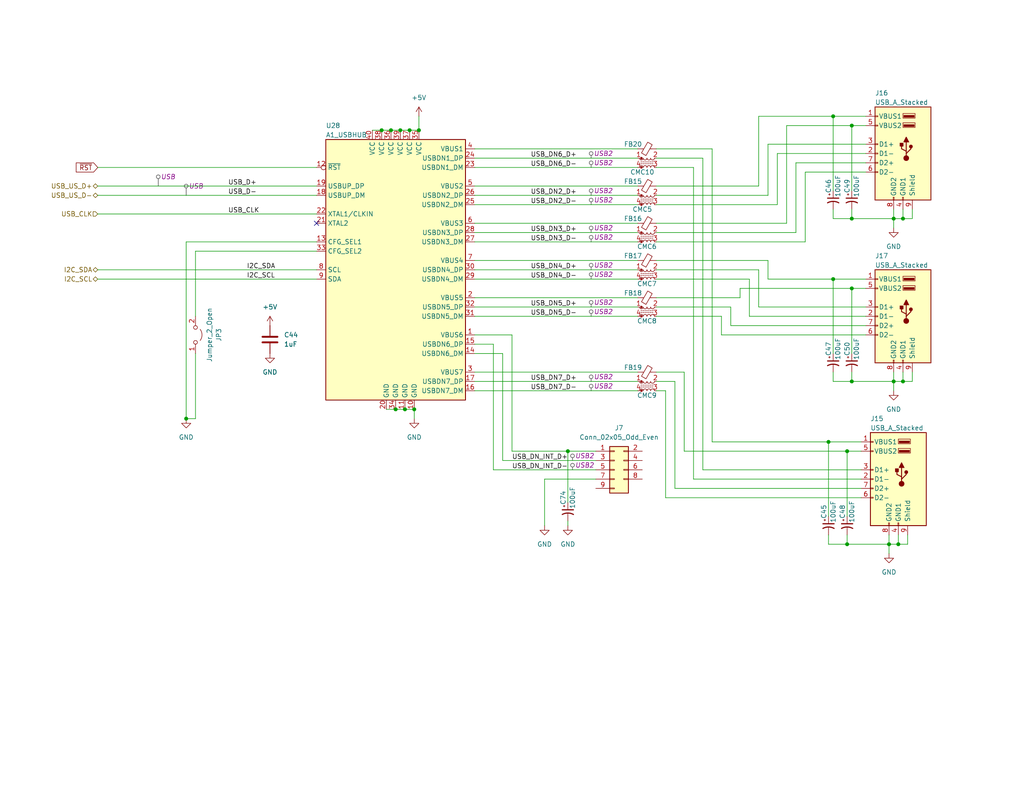
<source format=kicad_sch>
(kicad_sch (version 20231120) (generator "eeschema") (generator_version "8.0")
  (paper "A")
  (title_block (title "Anachron uATX USB HUB") (date "2024-02-07") (company "Modular Circuits"))
  (lib_symbols
    (symbol "Connector:USB_A_Stacked" (pin_names (offset 1.016))
      (property "Reference" "J" (at 0 15.875 0))
      (property "Value" "USB_A_Stacked" (at 0 13.97 0))
      (symbol "USB_A_Stacked_0_1"
        (rectangle (start -7.62 12.7) (end 7.62 -12.7) (stroke (width 0.254)) (fill (type background)))
        (circle (center -2.159 1.905) (radius 0.381) (stroke (width 0.254)) (fill (type outline)))
        (circle (center -0.889 -1.27) (radius 0.635) (stroke (width 0.254)) (fill (type outline)))
        (rectangle (start -0.254 7.366) (end -3.048 7.874) (fill (type outline)))
        (rectangle (start -0.254 9.906) (end -3.048 10.414) (fill (type outline)))
        (rectangle (start -0.127 -12.7) (end 0.127 -11.938))
        (polyline (pts (xy -1.524 3.175) (xy -0.254 3.175) (xy -0.889 4.445) (xy -1.524 3.175)) (stroke (width 0.254)) (fill (type outline)))
        (polyline (pts (xy -0.889 -0.635) (xy -0.889 0) (xy -2.159 1.27) (xy -2.159 1.905)) (stroke (width 0.254)))
        (polyline (pts (xy -0.889 0) (xy -0.889 0.635) (xy 0.381 1.27) (xy 0.381 2.54)) (stroke (width 0.254)))
        (rectangle (start 0 2.794) (end 0.762 2.032) (stroke (width 0.254)) (fill (type outline)))
        (rectangle (start 0 7.112) (end -3.302 8.382))
        (rectangle (start 0 9.652) (end -3.302 10.922))
        (rectangle (start 2.413 -12.7) (end 2.667 -11.938))
        (rectangle (start 7.62 -5.207) (end 6.858 -4.953))
        (rectangle (start 7.62 -2.667) (end 6.858 -2.413))
        (rectangle (start 7.62 -0.127) (end 6.858 0.127))
        (rectangle (start 7.62 2.413) (end 6.858 2.667))
        (rectangle (start 7.62 7.493) (end 6.858 7.747))
        (rectangle (start 7.62 10.033) (end 6.858 10.287))
      )
      (symbol "USB_A_Stacked_1_1"
        (polyline (pts (xy -0.889 0.635) (xy -0.889 3.175)) (stroke (width 0.254)))
        (pin power_in line (at 10.16 10.16 180) (length 2.54) (name "VBUS1") (number "1"))
        (pin bidirectional line (at 10.16 0 180) (length 2.54) (name "D1-") (number "2"))
        (pin bidirectional line (at 10.16 2.54 180) (length 2.54) (name "D1+") (number "3"))
        (pin power_in line (at 0 -15.24 90) (length 2.54) (name "GND1") (number "4"))
        (pin power_in line (at 10.16 7.62 180) (length 2.54) (name "VBUS2") (number "5"))
        (pin bidirectional line (at 10.16 -5.08 180) (length 2.54) (name "D2-") (number "6"))
        (pin bidirectional line (at 10.16 -2.54 180) (length 2.54) (name "D2+") (number "7"))
        (pin power_in line (at 2.54 -15.24 90) (length 2.54) (name "GND2") (number "8"))
        (pin passive line (at -2.54 -15.24 90) (length 2.54) (name "Shield") (number "9"))
      )
    )
    (symbol "Connector_Generic:Conn_2Rows-09Pins" (pin_names (offset 1.016) hide)
      (property "Reference" "J" (at 1.27 7.62 0))
      (property "Value" "Conn_2Rows-09Pins" (at 1.27 -7.62 0))
      (symbol "Conn_2Rows-09Pins_1_1"
        (rectangle (start -1.27 -4.953) (end 0 -5.207) (stroke (width 0.1524)))
        (rectangle (start -1.27 -2.413) (end 0 -2.667) (stroke (width 0.1524)))
        (rectangle (start -1.27 0.127) (end 0 -0.127) (stroke (width 0.1524)))
        (rectangle (start -1.27 2.667) (end 0 2.413) (stroke (width 0.1524)))
        (rectangle (start -1.27 5.207) (end 0 4.953) (stroke (width 0.1524)))
        (rectangle (start -1.27 6.35) (end 3.81 -6.35) (stroke (width 0.254)) (fill (type background)))
        (rectangle (start 3.81 -2.413) (end 2.54 -2.667) (stroke (width 0.1524)))
        (rectangle (start 3.81 0.127) (end 2.54 -0.127) (stroke (width 0.1524)))
        (rectangle (start 3.81 2.667) (end 2.54 2.413) (stroke (width 0.1524)))
        (rectangle (start 3.81 5.207) (end 2.54 4.953) (stroke (width 0.1524)))
        (pin passive line (at -5.08 5.08 0) (length 3.81) (name "Pin_1") (number "1"))
        (pin passive line (at 7.62 5.08 180) (length 3.81) (name "Pin_2") (number "2"))
        (pin passive line (at -5.08 2.54 0) (length 3.81) (name "Pin_3") (number "3"))
        (pin passive line (at 7.62 2.54 180) (length 3.81) (name "Pin_4") (number "4"))
        (pin passive line (at -5.08 0 0) (length 3.81) (name "Pin_5") (number "5"))
        (pin passive line (at 7.62 0 180) (length 3.81) (name "Pin_6") (number "6"))
        (pin passive line (at -5.08 -2.54 0) (length 3.81) (name "Pin_7") (number "7"))
        (pin passive line (at 7.62 -2.54 180) (length 3.81) (name "Pin_8") (number "8"))
        (pin passive line (at -5.08 -5.08 0) (length 3.81) (name "Pin_9") (number "9"))
      )
    )
    (symbol "Device:C" (pin_numbers hide) (pin_names (offset 0.254))
      (property "Reference" "C" (at 0.635 2.54 0))
      (property "Value" "C" (at 0.635 -2.54 0))
      (symbol "C_0_1"
        (polyline (pts (xy -2.032 -0.762) (xy 2.032 -0.762)) (stroke (width 0.508)))
        (polyline (pts (xy -2.032 0.762) (xy 2.032 0.762)) (stroke (width 0.508)))
      )
      (symbol "C_1_1"
        (pin passive line (at 0 3.81 270) (length 2.794) (name "~") (number "1"))
        (pin passive line (at 0 -3.81 90) (length 2.794) (name "~") (number "2"))
      )
    )
    (symbol "Device:C_Polarized_Small_US" (pin_numbers hide) (pin_names (offset 0.254) hide)
      (property "Reference" "C" (at 0.254 1.778 0))
      (property "Value" "C_Polarized_Small_US" (at 0.254 -2.032 0))
      (symbol "C_Polarized_Small_US_0_1"
        (polyline (pts (xy -1.524 0.508) (xy 1.524 0.508)) (stroke (width 0.3048)))
        (polyline (pts (xy -1.27 1.524) (xy -0.762 1.524)))
        (polyline (pts (xy -1.016 1.27) (xy -1.016 1.778)))
        (arc (start 1.524 -0.762) (mid 0 -0.3734) (end -1.524 -0.762) (stroke (width 0.3048)))
      )
      (symbol "C_Polarized_Small_US_1_1"
        (pin passive line (at 0 2.54 270) (length 2.032) (name "~") (number "1"))
        (pin passive line (at 0 -2.54 90) (length 2.032) (name "~") (number "2"))
      )
    )
    (symbol "Device:FerriteBead_Small" (pin_numbers hide) (pin_names (offset 0))
      (property "Reference" "FB" (at 1.905 1.27 0))
      (property "Value" "FerriteBead_Small" (at 1.905 -1.27 0))
      (symbol "FerriteBead_Small_0_1"
        (polyline (pts (xy 0 -1.27) (xy 0 -0.7874)))
        (polyline (pts (xy 0 0.889) (xy 0 1.2954)))
        (polyline (pts (xy -1.8288 0.2794) (xy -1.1176 1.4986) (xy 1.8288 -0.2032) (xy 1.1176 -1.4224) (xy -1.8288 0.2794)))
      )
      (symbol "FerriteBead_Small_1_1"
        (pin passive line (at 0 2.54 270) (length 1.27) (name "~") (number "1"))
        (pin passive line (at 0 -2.54 90) (length 1.27) (name "~") (number "2"))
      )
    )
    (symbol "Device:L_Ferrite_Coupled_Small_1243" (pin_names (offset 0.254) hide)
      (property "Reference" "L" (at 0 3.175 0))
      (property "Value" "L_Ferrite_Coupled_Small_1243" (at 0 -3.175 0))
      (symbol "L_Ferrite_Coupled_Small_1243_0_1"
        (arc (start -2.032 1.27) (mid -1.524 0.7642) (end -1.016 1.27))
        (circle (center -1.524 -1.27) (radius 0.254) (fill (type outline)))
        (circle (center -1.524 1.27) (radius 0.254) (fill (type outline)))
        (arc (start -1.016 -1.27) (mid -1.524 -0.7642) (end -2.032 -1.27))
        (arc (start -1.016 1.27) (mid -0.508 0.7642) (end 0 1.27))
        (arc (start 0 -1.27) (mid -0.508 -0.7642) (end -1.016 -1.27))
        (polyline (pts (xy -1.651 0.254) (xy -1.397 0.254)))
        (polyline (pts (xy -1.397 -0.254) (xy -1.651 -0.254)))
        (polyline (pts (xy -1.143 0.254) (xy -0.889 0.254)))
        (polyline (pts (xy -0.889 -0.254) (xy -1.143 -0.254)))
        (polyline (pts (xy -0.635 0.254) (xy -0.381 0.254)))
        (polyline (pts (xy -0.381 -0.254) (xy -0.635 -0.254)))
        (polyline (pts (xy -0.127 0.254) (xy 0.127 0.254)))
        (polyline (pts (xy 0.127 -0.254) (xy -0.127 -0.254)))
        (polyline (pts (xy 0.381 0.254) (xy 0.635 0.254)))
        (polyline (pts (xy 0.635 -0.254) (xy 0.381 -0.254)))
        (polyline (pts (xy 0.889 0.254) (xy 1.143 0.254)))
        (polyline (pts (xy 1.143 -0.254) (xy 0.889 -0.254)))
        (polyline (pts (xy 1.397 0.254) (xy 1.651 0.254)))
        (polyline (pts (xy 1.651 -0.254) (xy 1.397 -0.254)))
        (arc (start 0 1.27) (mid 0.508 0.7642) (end 1.016 1.27))
        (arc (start 1.016 -1.27) (mid 0.508 -0.7642) (end 0 -1.27))
        (arc (start 1.016 1.27) (mid 1.524 0.7642) (end 2.032 1.27))
        (arc (start 2.032 -1.27) (mid 1.524 -0.7642) (end 1.016 -1.27))
      )
      (symbol "L_Ferrite_Coupled_Small_1243_1_1"
        (pin passive line (at -2.54 1.27 0) (length 0.508) (name "1") (number "1"))
        (pin passive line (at 2.54 1.27 180) (length 0.508) (name "2") (number "2"))
        (pin passive line (at 2.54 -1.27 180) (length 0.508) (name "3") (number "3"))
        (pin passive line (at -2.54 -1.27 0) (length 0.508) (name "4") (number "4"))
      )
    )
    (symbol "Jumper:Jumper_2_Open" (pin_names (offset 0) hide)
      (property "Reference" "JP" (at 0 2.794 0))
      (property "Value" "Jumper_2_Open" (at 0 -2.286 0))
      (symbol "Jumper_2_Open_0_0"
        (circle (center -2.032 0) (radius 0.508))
        (circle (center 2.032 0) (radius 0.508))
      )
      (symbol "Jumper_2_Open_0_1"
        (arc (start 1.524 1.27) (mid 0 1.778) (end -1.524 1.27))
      )
      (symbol "Jumper_2_Open_1_1"
        (pin passive line (at -5.08 0 0) (length 2.54) (name "A") (number "1"))
        (pin passive line (at 5.08 0 180) (length 2.54) (name "B") (number "2"))
      )
    )
    (symbol "anachron:A1_USBHUB"
      (property "Reference" "U" (at 0 74.93 0))
      (property "Value" "A1_USBHUB" (at 5.08 72.39 0))
      (symbol "A1_USBHUB_0_0"
        (pin power_out line (at 40.64 17.78 180) (length 2.54) (name "VBUS6") (number "1"))
        (pin power_in line (at 24.13 -2.54 90) (length 2.54) (name "GND") (number "10"))
        (pin input inverted (at -2.54 63.5 0) (length 2.54) (name "~{RST}") (number "12"))
        (pin power_out line (at 40.64 27.94 180) (length 2.54) (name "VBUS5") (number "2"))
        (pin power_in line (at 16.51 -2.54 90) (length 2.54) (name "GND") (number "20"))
        (pin bidirectional line (at 40.64 63.5 180) (length 2.54) (name "USBDN1_DM") (number "23"))
        (pin bidirectional line (at 40.64 66.04 180) (length 2.54) (name "USBDN1_DP") (number "24"))
        (pin bidirectional line (at 40.64 53.34 180) (length 2.54) (name "USBDN2_DM") (number "25"))
        (pin bidirectional line (at 40.64 55.88 180) (length 2.54) (name "USBDN2_DP") (number "26"))
        (pin bidirectional line (at 40.64 43.18 180) (length 2.54) (name "USBDN3_DM") (number "27"))
        (pin bidirectional line (at 40.64 45.72 180) (length 2.54) (name "USBDN3_DP") (number "28"))
        (pin bidirectional line (at 40.64 33.02 180) (length 2.54) (name "USBDN4_DM") (number "29"))
        (pin power_out line (at 40.64 7.62 180) (length 2.54) (name "VBUS7") (number "3"))
        (pin bidirectional line (at 40.64 35.56 180) (length 2.54) (name "USBDN4_DP") (number "30"))
        (pin bidirectional line (at 40.64 22.86 180) (length 2.54) (name "USBDN5_DM") (number "31"))
        (pin bidirectional line (at 40.64 25.4 180) (length 2.54) (name "USBDN5_DP") (number "32"))
        (pin input line (at -2.54 40.64 0) (length 2.54) (name "CFG_SEL2") (number "33"))
        (pin power_in line (at 19.05 -2.54 90) (length 2.54) (name "GND") (number "34"))
        (pin power_in line (at 25.4 73.66 270) (length 2.54) (name "VCC") (number "35"))
        (pin power_in line (at 22.86 73.66 270) (length 2.54) (name "VCC") (number "37"))
        (pin power_in line (at 15.24 73.66 270) (length 2.54) (name "VCC") (number "38"))
        (pin power_in line (at 20.32 73.66 270) (length 2.54) (name "VCC") (number "39"))
        (pin power_out line (at 40.64 68.58 180) (length 2.54) (name "VBUS1") (number "4"))
        (pin power_out line (at 40.64 58.42 180) (length 2.54) (name "VBUS2") (number "5"))
        (pin power_out line (at 40.64 38.1 180) (length 2.54) (name "VBUS4") (number "7"))
        (pin bidirectional line (at -2.54 33.02 0) (length 2.54) (name "SDA") (number "9"))
      )
      (symbol "A1_USBHUB_0_1"
        (rectangle (start 0 71.12) (end 38.1 0) (stroke (width 0.254)) (fill (type background)))
      )
      (symbol "A1_USBHUB_1_0"
        (pin power_in line (at 21.59 -2.54 90) (length 2.54) (name "GND") (number "11"))
        (pin input line (at -2.54 43.18 0) (length 2.54) (name "CFG_SEL1") (number "13"))
        (pin bidirectional line (at 40.64 12.7 180) (length 2.54) (name "USBDN6_DM") (number "14"))
        (pin bidirectional line (at 40.64 15.24 180) (length 2.54) (name "USBDN6_DP") (number "15"))
        (pin bidirectional line (at 40.64 2.54 180) (length 2.54) (name "USBDN7_DM") (number "16"))
        (pin bidirectional line (at 40.64 5.08 180) (length 2.54) (name "USBDN7_DP") (number "17"))
        (pin bidirectional line (at -2.54 55.88 0) (length 2.54) (name "USBUP_DM") (number "18"))
        (pin bidirectional line (at -2.54 58.42 0) (length 2.54) (name "USBUP_DP") (number "19"))
        (pin output line (at -2.54 48.26 0) (length 2.54) (name "XTAL2") (number "21"))
        (pin input line (at -2.54 50.8 0) (length 2.54) (name "XTAL1/CLKIN") (number "22"))
        (pin power_in line (at 17.78 73.66 270) (length 2.54) (name "VCC") (number "36"))
        (pin power_in line (at 12.7 73.66 270) (length 2.54) (name "VCC") (number "40"))
        (pin power_out line (at 40.64 48.26 180) (length 2.54) (name "VBUS3") (number "6"))
        (pin bidirectional line (at -2.54 35.56 0) (length 2.54) (name "SCL") (number "8"))
      )
    )
    (symbol "power:+5V" (power) (pin_names (offset 0))
      (property "Value" "+5V" (at 0 3.556 0))
      (symbol "+5V_0_1"
        (polyline (pts (xy -0.762 1.27) (xy 0 2.54)))
        (polyline (pts (xy 0 0) (xy 0 2.54)))
        (polyline (pts (xy 0 2.54) (xy 0.762 1.27)))
      )
      (symbol "+5V_1_1"
        (pin power_in line (at 0 0 90) (length 0) hide (name "+5V") (number "1"))
      )
    )
    (symbol "power:GND" (power) (pin_names (offset 0))
      (property "Value" "GND" (at 0 -3.81 0))
      (symbol "GND_0_1"
        (polyline (pts (xy 0 0) (xy 0 -1.27) (xy 1.27 -1.27) (xy 0 -2.54) (xy -1.27 -1.27) (xy 0 -1.27)))
      )
      (symbol "GND_1_1"
        (pin power_in line (at 0 0 270) (length 0) hide (name "GND") (number "1"))
      )
    )
  )
  (junction (at 226.06 120.65))
  (junction (at 154.94 123.19))
  (junction (at 113.03 111.76))
  (junction (at 107.95 111.76))
  (junction (at 243.84 59.69))
  (junction (at 245.11 148.59))
  (junction (at 109.22 35.56))
  (junction (at 106.68 35.56))
  (junction (at 242.57 148.59))
  (junction (at 243.84 104.14))
  (junction (at 104.14 35.56))
  (junction (at 232.41 34.29))
  (junction (at 50.8 114.3))
  (junction (at 246.38 104.14))
  (junction (at 232.41 59.69))
  (junction (at 227.33 31.75))
  (junction (at 110.49 111.76))
  (junction (at 111.76 35.56))
  (junction (at 231.14 123.19))
  (junction (at 114.3 35.56))
  (junction (at 232.41 104.14))
  (junction (at 227.33 76.2))
  (junction (at 246.38 59.69))
  (junction (at 231.14 148.59))
  (junction (at 232.41 78.74))
  (no_connect (at 86.36 60.96))
  (wire (pts (xy 129.54 83.82) (xy 173.99 83.82)))
  (wire (pts (xy 243.84 104.14) (xy 243.84 106.68)))
  (wire (pts (xy 242.57 148.59) (xy 245.11 148.59)))
  (wire (pts (xy 129.54 71.12) (xy 173.99 71.12)))
  (wire (pts (xy 227.33 59.69) (xy 232.41 59.69)))
  (wire (pts (xy 219.71 66.04) (xy 179.07 66.04)))
  (wire (pts (xy 53.34 96.52) (xy 53.34 114.3)))
  (wire (pts (xy 232.41 57.15) (xy 232.41 59.69)))
  (wire (pts (xy 243.84 104.14) (xy 246.38 104.14)))
  (wire (pts (xy 226.06 148.59) (xy 231.14 148.59)))
  (wire (pts (xy 226.06 146.05) (xy 226.06 148.59)))
  (wire (pts (xy 186.69 101.6) (xy 179.07 101.6)))
  (wire (pts (xy 245.11 148.59) (xy 247.65 148.59)))
  (wire (pts (xy 232.41 104.14) (xy 243.84 104.14)))
  (wire (pts (xy 137.16 125.73) (xy 162.56 125.73)))
  (wire (pts (xy 53.34 114.3) (xy 50.8 114.3)))
  (wire (pts (xy 227.33 76.2) (xy 236.22 76.2)))
  (wire (pts (xy 245.11 146.05) (xy 245.11 148.59)))
  (wire (pts (xy 129.54 45.72) (xy 173.99 45.72)))
  (wire (pts (xy 227.33 31.75) (xy 227.33 52.07)))
  (wire (pts (xy 53.34 68.58) (xy 53.34 86.36)))
  (wire (pts (xy 214.63 60.96) (xy 214.63 34.29)))
  (wire (pts (xy 106.68 35.56) (xy 109.22 35.56)))
  (wire (pts (xy 227.33 104.14) (xy 232.41 104.14)))
  (wire (pts (xy 111.76 35.56) (xy 114.3 35.56)))
  (wire (pts (xy 129.54 93.98) (xy 134.62 93.98)))
  (wire (pts (xy 86.36 66.04) (xy 50.8 66.04)))
  (wire (pts (xy 26.67 73.66) (xy 86.36 73.66)))
  (wire (pts (xy 104.14 35.56) (xy 106.68 35.56)))
  (wire (pts (xy 179.07 76.2) (xy 204.47 76.2)))
  (wire (pts (xy 232.41 34.29) (xy 232.41 52.07)))
  (wire (pts (xy 107.95 111.76) (xy 110.49 111.76)))
  (wire (pts (xy 246.38 101.6) (xy 246.38 104.14)))
  (wire (pts (xy 129.54 76.2) (xy 173.99 76.2)))
  (wire (pts (xy 226.06 120.65) (xy 226.06 140.97)))
  (wire (pts (xy 226.06 120.65) (xy 234.95 120.65)))
  (wire (pts (xy 173.99 63.5) (xy 129.54 63.5)))
  (wire (pts (xy 129.54 86.36) (xy 173.99 86.36)))
  (wire (pts (xy 232.41 78.74) (xy 236.22 78.74)))
  (wire (pts (xy 110.49 111.76) (xy 113.03 111.76)))
  (wire (pts (xy 191.77 43.18) (xy 191.77 128.27)))
  (wire (pts (xy 129.54 106.68) (xy 173.99 106.68)))
  (wire (pts (xy 139.7 123.19) (xy 154.94 123.19)))
  (wire (pts (xy 154.94 123.19) (xy 154.94 137.16)))
  (wire (pts (xy 179.07 71.12) (xy 209.55 71.12)))
  (wire (pts (xy 129.54 96.52) (xy 137.16 96.52)))
  (wire (pts (xy 129.54 73.66) (xy 173.99 73.66)))
  (wire (pts (xy 184.15 104.14) (xy 179.07 104.14)))
  (wire (pts (xy 179.07 73.66) (xy 207.01 73.66)))
  (wire (pts (xy 243.84 59.69) (xy 246.38 59.69)))
  (wire (pts (xy 173.99 66.04) (xy 129.54 66.04)))
  (wire (pts (xy 101.6 35.56) (xy 104.14 35.56)))
  (wire (pts (xy 113.03 111.76) (xy 113.03 114.3)))
  (wire (pts (xy 243.84 59.69) (xy 243.84 62.23)))
  (wire (pts (xy 242.57 148.59) (xy 242.57 151.13)))
  (wire (pts (xy 243.84 57.15) (xy 243.84 59.69)))
  (wire (pts (xy 209.55 53.34) (xy 179.07 53.34)))
  (wire (pts (xy 184.15 133.35) (xy 234.95 133.35)))
  (wire (pts (xy 209.55 39.37) (xy 209.55 53.34)))
  (wire (pts (xy 212.09 55.88) (xy 179.07 55.88)))
  (wire (pts (xy 189.23 45.72) (xy 189.23 130.81)))
  (wire (pts (xy 246.38 59.69) (xy 248.92 59.69)))
  (wire (pts (xy 179.07 50.8) (xy 207.01 50.8)))
  (wire (pts (xy 231.14 123.19) (xy 231.14 140.97)))
  (wire (pts (xy 236.22 41.91) (xy 212.09 41.91)))
  (wire (pts (xy 231.14 123.19) (xy 234.95 123.19)))
  (wire (pts (xy 179.07 86.36) (xy 196.85 86.36)))
  (wire (pts (xy 217.17 63.5) (xy 179.07 63.5)))
  (wire (pts (xy 232.41 78.74) (xy 232.41 96.52)))
  (wire (pts (xy 181.61 106.68) (xy 179.07 106.68)))
  (wire (pts (xy 191.77 128.27) (xy 234.95 128.27)))
  (wire (pts (xy 26.67 50.8) (xy 86.36 50.8)))
  (wire (pts (xy 246.38 104.14) (xy 248.92 104.14)))
  (wire (pts (xy 207.01 50.8) (xy 207.01 31.75)))
  (wire (pts (xy 109.22 35.56) (xy 111.76 35.56)))
  (wire (pts (xy 207.01 31.75) (xy 227.33 31.75)))
  (wire (pts (xy 189.23 45.72) (xy 179.07 45.72)))
  (wire (pts (xy 217.17 44.45) (xy 217.17 63.5)))
  (wire (pts (xy 129.54 43.18) (xy 173.99 43.18)))
  (wire (pts (xy 129.54 81.28) (xy 173.99 81.28)))
  (wire (pts (xy 129.54 101.6) (xy 173.99 101.6)))
  (wire (pts (xy 129.54 104.14) (xy 173.99 104.14)))
  (wire (pts (xy 207.01 83.82) (xy 207.01 73.66)))
  (wire (pts (xy 231.14 148.59) (xy 242.57 148.59)))
  (wire (pts (xy 86.36 53.34) (xy 26.67 53.34)))
  (wire (pts (xy 232.41 34.29) (xy 236.22 34.29)))
  (wire (pts (xy 199.39 88.9) (xy 236.22 88.9)))
  (wire (pts (xy 242.57 146.05) (xy 242.57 148.59)))
  (wire (pts (xy 179.07 81.28) (xy 201.93 81.28)))
  (wire (pts (xy 204.47 86.36) (xy 236.22 86.36)))
  (wire (pts (xy 246.38 57.15) (xy 246.38 59.69)))
  (wire (pts (xy 137.16 96.52) (xy 137.16 125.73)))
  (wire (pts (xy 179.07 60.96) (xy 214.63 60.96)))
  (wire (pts (xy 209.55 76.2) (xy 209.55 71.12)))
  (wire (pts (xy 191.77 43.18) (xy 179.07 43.18)))
  (wire (pts (xy 181.61 135.89) (xy 234.95 135.89)))
  (wire (pts (xy 196.85 91.44) (xy 236.22 91.44)))
  (wire (pts (xy 232.41 101.6) (xy 232.41 104.14)))
  (wire (pts (xy 247.65 146.05) (xy 247.65 148.59)))
  (wire (pts (xy 212.09 41.91) (xy 212.09 55.88)))
  (wire (pts (xy 194.31 40.64) (xy 179.07 40.64)))
  (wire (pts (xy 236.22 46.99) (xy 219.71 46.99)))
  (wire (pts (xy 134.62 93.98) (xy 134.62 128.27)))
  (wire (pts (xy 201.93 78.74) (xy 232.41 78.74)))
  (wire (pts (xy 114.3 31.75) (xy 114.3 35.56)))
  (wire (pts (xy 201.93 78.74) (xy 201.93 81.28)))
  (wire (pts (xy 199.39 88.9) (xy 199.39 83.82)))
  (wire (pts (xy 181.61 106.68) (xy 181.61 135.89)))
  (wire (pts (xy 196.85 91.44) (xy 196.85 86.36)))
  (wire (pts (xy 204.47 86.36) (xy 204.47 76.2)))
  (wire (pts (xy 179.07 83.82) (xy 199.39 83.82)))
  (wire (pts (xy 26.67 58.42) (xy 86.36 58.42)))
  (wire (pts (xy 186.69 101.6) (xy 186.69 123.19)))
  (wire (pts (xy 105.41 111.76) (xy 107.95 111.76)))
  (wire (pts (xy 194.31 40.64) (xy 194.31 120.65)))
  (wire (pts (xy 231.14 123.19) (xy 186.69 123.19)))
  (wire (pts (xy 232.41 59.69) (xy 243.84 59.69)))
  (wire (pts (xy 148.59 130.81) (xy 148.59 143.51)))
  (wire (pts (xy 134.62 128.27) (xy 162.56 128.27)))
  (wire (pts (xy 214.63 34.29) (xy 232.41 34.29)))
  (wire (pts (xy 227.33 31.75) (xy 236.22 31.75)))
  (wire (pts (xy 227.33 76.2) (xy 227.33 96.52)))
  (wire (pts (xy 194.31 120.65) (xy 226.06 120.65)))
  (wire (pts (xy 129.54 50.8) (xy 173.99 50.8)))
  (wire (pts (xy 248.92 57.15) (xy 248.92 59.69)))
  (wire (pts (xy 243.84 101.6) (xy 243.84 104.14)))
  (wire (pts (xy 248.92 101.6) (xy 248.92 104.14)))
  (wire (pts (xy 139.7 91.44) (xy 139.7 123.19)))
  (wire (pts (xy 129.54 40.64) (xy 173.99 40.64)))
  (wire (pts (xy 162.56 130.81) (xy 148.59 130.81)))
  (wire (pts (xy 209.55 76.2) (xy 227.33 76.2)))
  (wire (pts (xy 129.54 60.96) (xy 173.99 60.96)))
  (wire (pts (xy 207.01 83.82) (xy 236.22 83.82)))
  (wire (pts (xy 50.8 66.04) (xy 50.8 114.3)))
  (wire (pts (xy 173.99 53.34) (xy 129.54 53.34)))
  (wire (pts (xy 227.33 101.6) (xy 227.33 104.14)))
  (wire (pts (xy 236.22 44.45) (xy 217.17 44.45)))
  (wire (pts (xy 231.14 146.05) (xy 231.14 148.59)))
  (wire (pts (xy 173.99 55.88) (xy 129.54 55.88)))
  (wire (pts (xy 154.94 123.19) (xy 162.56 123.19)))
  (wire (pts (xy 154.94 142.24) (xy 154.94 143.51)))
  (wire (pts (xy 26.67 45.72) (xy 86.36 45.72)))
  (wire (pts (xy 227.33 57.15) (xy 227.33 59.69)))
  (wire (pts (xy 129.54 91.44) (xy 139.7 91.44)))
  (wire (pts (xy 26.67 76.2) (xy 86.36 76.2)))
  (wire (pts (xy 236.22 39.37) (xy 209.55 39.37)))
  (wire (pts (xy 189.23 130.81) (xy 234.95 130.81)))
  (wire (pts (xy 86.36 68.58) (xy 53.34 68.58)))
  (wire (pts (xy 184.15 104.14) (xy 184.15 133.35)))
  (wire (pts (xy 219.71 46.99) (xy 219.71 66.04)))
  (label "USB_DN4_D+" (at 144.78 73.66 0))
  (label "USB_DN7_D-" (at 144.78 106.68 0))
  (label "USB_D-" (at 62.23 53.34 0))
  (label "I2C_SCL" (at 67.31 76.2 0))
  (label "USB_DN2_D+" (at 144.78 53.34 0))
  (label "USB_DN5_D-" (at 144.78 86.36 0))
  (label "USB_DN7_D+" (at 144.78 104.14 0))
  (label "USB_DN3_D+" (at 144.78 63.5 0))
  (label "USB_DN6_D-" (at 144.78 45.72 0))
  (label "USB_DN3_D-" (at 144.78 66.04 0))
  (label "USB_DN6_D+" (at 144.78 43.18 0))
  (label "I2C_SDA" (at 67.31 73.66 0))
  (label "USB_DN4_D-" (at 144.78 76.2 0))
  (label "USB_CLK" (at 62.23 58.42 0))
  (label "USB_DN5_D+" (at 144.78 83.82 0))
  (label "USB_D+" (at 62.23 50.8 0))
  (label "USB_DN_INT_D-" (at 139.7 128.27 0))
  (label "USB_DN_INT_D+" (at 139.7 125.73 0))
  (label "USB_DN2_D-" (at 144.78 55.88 0))
  (global_label "~{RST}" (shape input) (at 26.67 45.72 180) (property "Intersheetrefs" "${INTERSHEET_REFS}" (effects (hide yes))))
  (hierarchical_label "USB_US_D-" (shape bidirectional) (at 26.67 53.34 180))
  (hierarchical_label "USB_CLK" (shape input) (at 26.67 58.42 180))
  (hierarchical_label "I2C_SCL" (shape bidirectional) (at 26.67 76.2 180))
  (hierarchical_label "USB_US_D+" (shape bidirectional) (at 26.67 50.8 180))
  (hierarchical_label "I2C_SDA" (shape bidirectional) (at 26.67 73.66 180))
  (netclass_flag "" (length 1.27) (shape round) (at 161.29 106.68 0) (property "Netclass" "USB2" (at 161.9885 105.41 0) (effects (font (italic yes)) (justify left))))
  (netclass_flag "" (length 1.27) (shape round) (at 161.29 63.5 0) (property "Netclass" "USB2" (at 161.9885 62.23 0) (effects (font (italic yes)) (justify left))))
  (netclass_flag "" (length 1.27) (shape round) (at 161.29 83.82 0) (property "Netclass" "USB2" (at 161.9885 82.55 0) (effects (font (italic yes)) (justify left))))
  (netclass_flag "" (length 1.27) (shape round) (at 161.29 104.14 0) (property "Netclass" "USB2" (at 161.9885 102.87 0) (effects (font (italic yes)) (justify left))))
  (netclass_flag "" (length 1.27) (shape round) (at 161.29 55.88 0) (property "Netclass" "USB2" (at 161.9885 54.61 0) (effects (font (italic yes)) (justify left))))
  (netclass_flag "" (length 1.27) (shape round) (at 161.29 53.34 0) (property "Netclass" "USB2" (at 161.9885 52.07 0) (effects (font (italic yes)) (justify left))))
  (netclass_flag "" (length 2.54) (shape round) (at 50.8 53.34 0) (property "Netclass" "USB" (at 51.4985 50.8 0) (effects (font (italic yes)) (justify left))))
  (netclass_flag "" (length 2.54) (shape round) (at 43.18 50.8 0) (property "Netclass" "USB" (at 43.8785 48.26 0) (effects (font (italic yes)) (justify left))))
  (netclass_flag "" (length 1.27) (shape round) (at 161.29 45.72 0) (property "Netclass" "USB2" (at 161.9885 44.45 0) (effects (font (italic yes)) (justify left))))
  (netclass_flag "" (length 1.27) (shape round) (at 161.29 73.66 0) (property "Netclass" "USB2" (at 161.9885 72.39 0) (effects (font (italic yes)) (justify left))))
  (netclass_flag "" (length 1.27) (shape round) (at 156.21 125.73 0) (property "Netclass" "USB2" (at 156.9085 124.46 0) (effects (font (italic yes)) (justify left))))
  (netclass_flag "" (length 1.27) (shape round) (at 161.29 66.04 0) (property "Netclass" "USB2" (at 161.9885 64.77 0) (effects (font (italic yes)) (justify left))))
  (netclass_flag "" (length 1.27) (shape round) (at 161.29 86.36 0) (property "Netclass" "USB2" (at 161.9885 85.09 0) (effects (font (italic yes)) (justify left))))
  (netclass_flag "" (length 1.27) (shape round) (at 156.21 128.27 0) (property "Netclass" "USB2" (at 156.9085 127 0) (effects (font (italic yes)) (justify left))))
  (netclass_flag "" (length 1.27) (shape round) (at 161.29 76.2 0) (property "Netclass" "USB2" (at 161.9885 74.93 0) (effects (font (italic yes)) (justify left))))
  (netclass_flag "" (length 1.27) (shape round) (at 161.29 43.18 0) (property "Netclass" "USB2" (at 161.9885 41.91 0) (effects (font (italic yes)) (justify left))))
  (symbol (lib_id "power:GND") (at 242.57 151.13 0) (unit 1)
    (property "Reference" "#PWR0198" (effects (hide yes)))
    (property "Value" "GND" (at 242.57 156.21 0))
  )
  (symbol (lib_id "Device:C_Polarized_Small_US") (at 154.94 139.7 0) (unit 1)
    (property "Reference" "C74" (at 153.67 135.89 90))
    (property "Value" "100uF" (at 156.21 135.89 90))
    (property "Footprint" "Capacitor_THT:CP_Radial_D5.0mm_P2.00mm" (effects (hide yes)))
  )
  (symbol (lib_id "anachron:A1_USBHUB") (at 88.9 109.22 0) (unit 1)
    (property "Reference" "U28" (at 88.9 34.29 0) (effects (justify left)))
    (property "Value" "A1_USBHUB" (at 88.9 36.83 0) (effects (justify left)))
    (property "Footprint" "anachron:DIP-40_W15.24mm_Socket" (effects (hide yes)))
  )
  (symbol (lib_id "Device:L_Ferrite_Coupled_Small_1243") (at 176.53 54.61 0) (unit 1)
    (property "Reference" "CMC5" (at 175.26 57.15 0))
    (property "Value" "L_Ferrite_Coupled_Small" (effects (hide yes)))
    (property "Footprint" "anachron:SCM2012FS" (effects (hide yes)))
    (property "mpf#" "SCM2012FS751MDG" (effects (hide yes)))
  )
  (symbol (lib_id "Device:FerriteBead_Small") (at 176.53 71.12 90) (unit 1)
    (property "Reference" "FB17" (at 172.72 69.85 90))
    (property "Value" "FerriteBead_Small" (effects (hide yes)))
    (property "Footprint" "Inductor_THT:L_Axial_L7.0mm_D3.3mm_P2.54mm_Vertical_Fastron_MICC" (effects (hide yes)))
    (property "Datasheet" "https://www.we-online.com/components/products/datasheet/74276041.pdf" (effects (hide yes)))
    (property "mfp#" "74276041" (effects (hide yes)))
  )
  (symbol (lib_id "Connector:USB_A_Stacked") (at 246.38 41.91 0) (mirror y) (unit 1)
    (property "Reference" "J16" (at 238.76 25.4 0) (effects (justify right)))
    (property "Value" "USB_A_Stacked" (at 238.76 27.94 0) (effects (justify right)))
    (property "Footprint" "anachron:GCT_USB1035-XX-X-X-X-B_REVE" (effects (hide yes)))
    (property "Datasheet" " ~" (effects (hide yes)))
    (property "mpf#" "USB1035-GF-P-0-B-B" (effects (hide yes)))
  )
  (symbol (lib_id "power:GND") (at 154.94 143.51 0) (unit 1)
    (property "Reference" "#PWR0247" (effects (hide yes)))
    (property "Value" "GND" (at 154.94 148.59 0))
  )
  (symbol (lib_id "Device:C_Polarized_Small_US") (at 227.33 54.61 0) (unit 1)
    (property "Reference" "C46" (at 226.06 50.8 90))
    (property "Value" "100uF" (at 228.6 50.8 90))
    (property "Footprint" "Capacitor_THT:CP_Radial_D5.0mm_P2.00mm" (effects (hide yes)))
  )
  (symbol (lib_id "Device:FerriteBead_Small") (at 176.53 81.28 90) (unit 1)
    (property "Reference" "FB18" (at 172.72 80.01 90))
    (property "Value" "FerriteBead_Small" (effects (hide yes)))
    (property "Footprint" "Inductor_THT:L_Axial_L7.0mm_D3.3mm_P2.54mm_Vertical_Fastron_MICC" (effects (hide yes)))
    (property "Datasheet" "https://www.we-online.com/components/products/datasheet/74276041.pdf" (effects (hide yes)))
    (property "mfp#" "74276041" (effects (hide yes)))
  )
  (symbol (lib_id "Device:FerriteBead_Small") (at 176.53 50.8 90) (unit 1)
    (property "Reference" "FB15" (at 172.72 49.53 90))
    (property "Value" "FerriteBead_Small" (effects (hide yes)))
    (property "Footprint" "Inductor_THT:L_Axial_L7.0mm_D3.3mm_P2.54mm_Vertical_Fastron_MICC" (effects (hide yes)))
    (property "Datasheet" "https://www.we-online.com/components/products/datasheet/74276041.pdf" (effects (hide yes)))
    (property "mfp#" "74276041" (effects (hide yes)))
  )
  (symbol (lib_id "power:GND") (at 148.59 143.51 0) (unit 1)
    (property "Reference" "#PWR050" (effects (hide yes)))
    (property "Value" "GND" (at 148.59 148.59 0))
  )
  (symbol (lib_id "Device:L_Ferrite_Coupled_Small_1243") (at 176.53 74.93 0) (unit 1)
    (property "Reference" "CMC7" (at 176.53 77.47 0))
    (property "Value" "L_Ferrite_Coupled_Small" (effects (hide yes)))
    (property "Footprint" "anachron:SCM2012FS" (effects (hide yes)))
    (property "mpf#" "SCM2012FS751MDG" (effects (hide yes)))
  )
  (symbol (lib_id "power:GND") (at 243.84 62.23 0) (unit 1)
    (property "Reference" "#PWR0199" (effects (hide yes)))
    (property "Value" "GND" (at 243.84 67.31 0))
  )
  (symbol (lib_id "Device:FerriteBead_Small") (at 176.53 60.96 90) (unit 1)
    (property "Reference" "FB16" (at 172.72 59.69 90))
    (property "Value" "FerriteBead_Small" (effects (hide yes)))
    (property "Footprint" "Inductor_THT:L_Axial_L7.0mm_D3.3mm_P2.54mm_Vertical_Fastron_MICC" (effects (hide yes)))
    (property "Datasheet" "https://www.we-online.com/components/products/datasheet/74276041.pdf" (effects (hide yes)))
    (property "mfp#" "74276041" (effects (hide yes)))
  )
  (symbol (lib_id "power:GND") (at 113.03 114.3 0) (unit 1)
    (property "Reference" "#PWR0196" (effects (hide yes)))
    (property "Value" "GND" (at 113.03 119.38 0))
  )
  (symbol (lib_id "power:GND") (at 50.8 114.3 0) (unit 1)
    (property "Reference" "#PWR0193" (effects (hide yes)))
    (property "Value" "GND" (at 50.8 119.38 0))
  )
  (symbol (lib_id "Connector:USB_A_Stacked") (at 246.38 86.36 0) (mirror y) (unit 1)
    (property "Reference" "J17" (at 238.76 69.85 0) (effects (justify right)))
    (property "Value" "USB_A_Stacked" (at 238.76 72.39 0) (effects (justify right)))
    (property "Footprint" "anachron:GCT_USB1035-XX-X-X-X-B_REVE" (effects (hide yes)))
    (property "Datasheet" " ~" (effects (hide yes)))
    (property "mpf#" "USB1035-GF-P-0-B-B" (effects (hide yes)))
  )
  (symbol (lib_id "Device:L_Ferrite_Coupled_Small_1243") (at 176.53 105.41 0) (unit 1)
    (property "Reference" "CMC9" (at 176.53 107.95 0))
    (property "Value" "L_Ferrite_Coupled_Small" (effects (hide yes)))
    (property "Footprint" "anachron:SCM2012FS" (effects (hide yes)))
    (property "mpf#" "SCM2012FS751MDG" (effects (hide yes)))
  )
  (symbol (lib_id "Connector_Generic:Conn_2Rows-09Pins") (at 167.64 128.27 0) (unit 1)
    (property "Reference" "J7" (at 168.91 116.84 0))
    (property "Value" "Conn_02x05_Odd_Even" (at 168.91 119.38 0))
    (property "Footprint" "Connector_PinHeader_2.54mm:PinHeader_2x05_P2.54mm_Vertical" (effects (hide yes)))
    (property "Description" "Generic connector, double row, 09 pins, odd/even pin numbering scheme (row 1 odd numbers, row 2 even numbers), script generated (kicad-library-utils/schlib/autogen/connector/)" (effects (hide yes)))
  )
  (symbol (lib_id "Device:C_Polarized_Small_US") (at 227.33 99.06 0) (unit 1)
    (property "Reference" "C47" (at 226.06 95.25 90))
    (property "Value" "100uF" (at 228.6 95.25 90))
    (property "Footprint" "Capacitor_THT:CP_Radial_D5.0mm_P2.00mm" (effects (hide yes)))
  )
  (symbol (lib_id "power:+5V") (at 114.3 31.75 0) (unit 1)
    (property "Reference" "#PWR0197" (effects (hide yes)))
    (property "Value" "+5V" (at 114.3 26.67 0))
  )
  (symbol (lib_id "power:+5V") (at 73.66 88.9 0) (unit 1)
    (property "Reference" "#PWR0194" (effects (hide yes)))
    (property "Value" "+5V" (at 73.66 83.82 0))
  )
  (symbol (lib_id "Jumper:Jumper_2_Open") (at 53.34 91.44 270) (mirror x) (unit 1)
    (property "Reference" "JP3" (at 59.69 91.44 0))
    (property "Value" "Jumper_2_Open" (at 57.15 91.44 0))
    (property "Footprint" "Connector_PinHeader_2.54mm:PinHeader_1x02_P2.54mm_Vertical" (effects (hide yes)))
  )
  (symbol (lib_id "power:GND") (at 73.66 96.52 0) (unit 1)
    (property "Reference" "#PWR0195" (effects (hide yes)))
    (property "Value" "GND" (at 73.66 101.6 0))
  )
  (symbol (lib_id "Device:L_Ferrite_Coupled_Small_1243") (at 176.53 64.77 0) (unit 1)
    (property "Reference" "CMC6" (at 176.53 67.31 0))
    (property "Value" "L_Ferrite_Coupled_Small" (effects (hide yes)))
    (property "Footprint" "anachron:SCM2012FS" (effects (hide yes)))
    (property "mpf#" "SCM2012FS751MDG" (effects (hide yes)))
  )
  (symbol (lib_id "Device:L_Ferrite_Coupled_Small_1243") (at 176.53 85.09 0) (unit 1)
    (property "Reference" "CMC8" (at 176.53 87.63 0))
    (property "Value" "L_Ferrite_Coupled_Small" (effects (hide yes)))
    (property "Footprint" "anachron:SCM2012FS" (effects (hide yes)))
    (property "mpf#" "SCM2012FS751MDG" (effects (hide yes)))
  )
  (symbol (lib_id "Device:C_Polarized_Small_US") (at 231.14 143.51 0) (unit 1)
    (property "Reference" "C48" (at 229.87 139.7 90))
    (property "Value" "100uF" (at 232.41 139.7 90))
    (property "Footprint" "Capacitor_THT:CP_Radial_D5.0mm_P2.00mm" (effects (hide yes)))
  )
  (symbol (lib_id "Device:FerriteBead_Small") (at 176.53 101.6 90) (unit 1)
    (property "Reference" "FB19" (at 172.72 100.33 90))
    (property "Value" "FerriteBead_Small" (effects (hide yes)))
    (property "Footprint" "Inductor_THT:L_Axial_L7.0mm_D3.3mm_P2.54mm_Vertical_Fastron_MICC" (effects (hide yes)))
    (property "Datasheet" "https://www.we-online.com/components/products/datasheet/74276041.pdf" (effects (hide yes)))
    (property "mfp#" "74276041" (effects (hide yes)))
  )
  (symbol (lib_id "Device:FerriteBead_Small") (at 176.53 40.64 90) (unit 1)
    (property "Reference" "FB20" (at 172.72 39.37 90))
    (property "Value" "FerriteBead_Small" (effects (hide yes)))
    (property "Footprint" "Inductor_THT:L_Axial_L7.0mm_D3.3mm_P2.54mm_Vertical_Fastron_MICC" (effects (hide yes)))
    (property "Datasheet" "https://www.we-online.com/components/products/datasheet/74276041.pdf" (effects (hide yes)))
    (property "mfp#" "74276041" (effects (hide yes)))
  )
  (symbol (lib_id "Device:C_Polarized_Small_US") (at 226.06 143.51 0) (unit 1)
    (property "Reference" "C45" (at 224.79 139.7 90))
    (property "Value" "100uF" (at 227.33 139.7 90))
    (property "Footprint" "Capacitor_THT:CP_Radial_D5.0mm_P2.00mm" (effects (hide yes)))
  )
  (symbol (lib_id "Device:L_Ferrite_Coupled_Small_1243") (at 176.53 44.45 0) (unit 1)
    (property "Reference" "CMC10" (at 175.26 46.99 0))
    (property "Value" "L_Ferrite_Coupled_Small" (effects (hide yes)))
    (property "Footprint" "anachron:SCM2012FS" (effects (hide yes)))
    (property "mpf#" "SCM2012FS751MDG" (effects (hide yes)))
  )
  (symbol (lib_id "Connector:USB_A_Stacked") (at 245.11 130.81 0) (mirror y) (unit 1)
    (property "Reference" "J15" (at 237.49 114.3 0) (effects (justify right)))
    (property "Value" "USB_A_Stacked" (at 237.49 116.84 0) (effects (justify right)))
    (property "Footprint" "anachron:GCT_USB1035-XX-X-X-X-B_REVE" (effects (hide yes)))
    (property "Datasheet" " ~" (effects (hide yes)))
    (property "mpf#" "USB1035-GF-P-0-B-B" (effects (hide yes)))
  )
  (symbol (lib_id "Device:C_Polarized_Small_US") (at 232.41 54.61 0) (unit 1)
    (property "Reference" "C49" (at 231.14 50.8 90))
    (property "Value" "100uF" (at 233.68 50.8 90))
    (property "Footprint" "Capacitor_THT:CP_Radial_D5.0mm_P2.00mm" (effects (hide yes)))
  )
  (symbol (lib_id "Device:C") (at 73.66 92.71 0) (unit 1)
    (property "Reference" "C44" (at 77.47 91.44 0) (effects (justify left)))
    (property "Value" "1uF" (at 77.47 93.98 0) (effects (justify left)))
    (property "Footprint" "Capacitor_THT:C_Disc_D4.7mm_W2.5mm_P5.00mm" (effects (hide yes)))
    (property "mpf#" "FG28X5R1H105KRT06" (effects (hide yes)))
  )
  (symbol (lib_id "power:GND") (at 243.84 106.68 0) (unit 1)
    (property "Reference" "#PWR0200" (effects (hide yes)))
    (property "Value" "GND" (at 243.84 111.76 0))
  )
  (symbol (lib_id "Device:C_Polarized_Small_US") (at 232.41 99.06 0) (unit 1)
    (property "Reference" "C50" (at 231.14 95.25 90))
    (property "Value" "100uF" (at 233.68 95.25 90))
    (property "Footprint" "Capacitor_THT:CP_Radial_D5.0mm_P2.00mm" (effects (hide yes)))
  )
)
</source>
